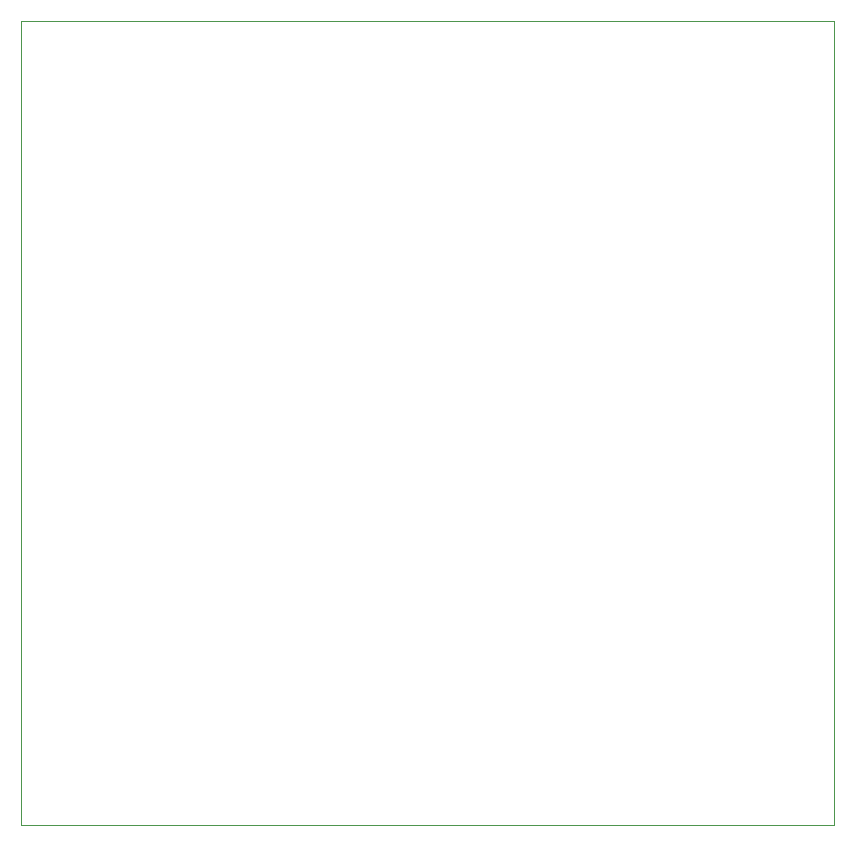
<source format=gm1>
G04 #@! TF.GenerationSoftware,KiCad,Pcbnew,(5.1.9)-1*
G04 #@! TF.CreationDate,2021-03-20T17:22:42+01:00*
G04 #@! TF.ProjectId,SmartSensor,536d6172-7453-4656-9e73-6f722e6b6963,rev?*
G04 #@! TF.SameCoordinates,Original*
G04 #@! TF.FileFunction,Profile,NP*
%FSLAX46Y46*%
G04 Gerber Fmt 4.6, Leading zero omitted, Abs format (unit mm)*
G04 Created by KiCad (PCBNEW (5.1.9)-1) date 2021-03-20 17:22:42*
%MOMM*%
%LPD*%
G01*
G04 APERTURE LIST*
G04 #@! TA.AperFunction,Profile*
%ADD10C,0.050000*%
G04 #@! TD*
G04 APERTURE END LIST*
D10*
X232283000Y-137795000D02*
X232283000Y-142240000D01*
X232283000Y-130429000D02*
X232283000Y-137795000D01*
X163449000Y-139319000D02*
X163449000Y-79756000D01*
X163449000Y-78613000D02*
X232283000Y-78613000D01*
X163449000Y-79756000D02*
X163449000Y-78613000D01*
X232283000Y-146304000D02*
X232283000Y-146685000D01*
X212852000Y-146685000D02*
X171958000Y-146685000D01*
X232283000Y-78613000D02*
X232283000Y-83439000D01*
X232283000Y-99822000D02*
X232283000Y-106172000D01*
X221361000Y-146685000D02*
X212852000Y-146685000D01*
X163449000Y-146685000D02*
X163449000Y-139319000D01*
X171958000Y-146685000D02*
X163449000Y-146685000D01*
X232283000Y-83439000D02*
X232283000Y-90551000D01*
X232283000Y-120777000D02*
X232283000Y-130429000D01*
X232283000Y-106172000D02*
X232283000Y-113538000D01*
X232283000Y-146685000D02*
X221361000Y-146685000D01*
X232283000Y-113538000D02*
X232283000Y-120777000D01*
X232283000Y-145034000D02*
X232283000Y-146304000D01*
X232283000Y-90551000D02*
X232283000Y-99822000D01*
X232283000Y-142240000D02*
X232283000Y-145034000D01*
M02*

</source>
